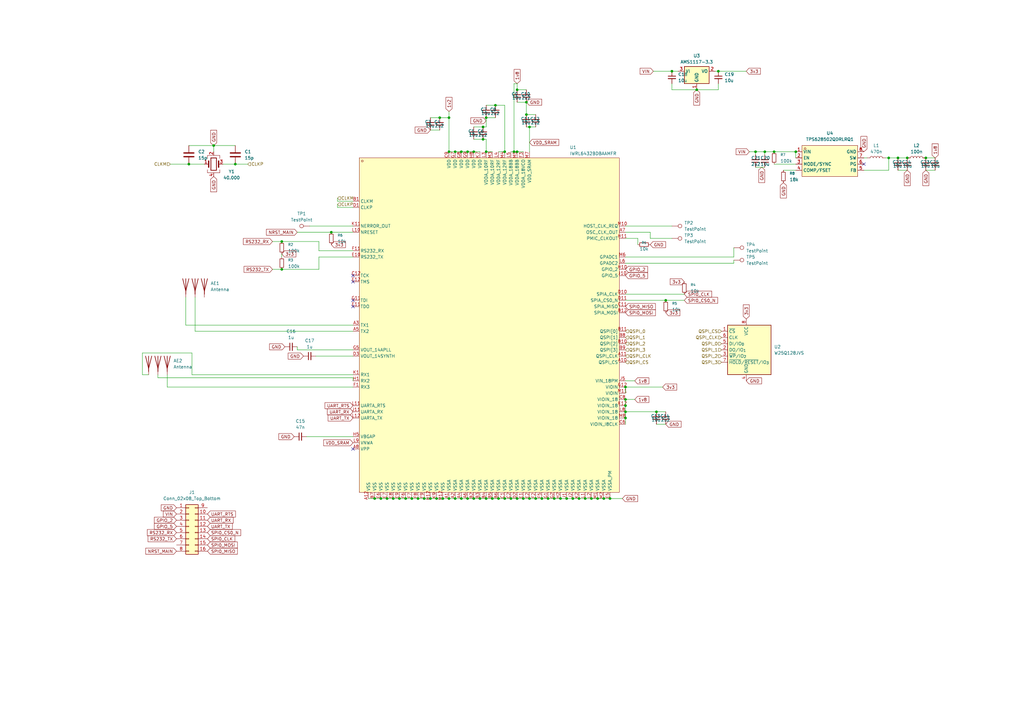
<source format=kicad_sch>
(kicad_sch (version 20250114) (generator "eeschema") (generator_version "9.0")
  (paper "A3")
  (lib_symbols
    (symbol "Connector:TestPoint" (pin_numbers (hide yes)) (pin_names (offset 0.762) (hide yes))
      (property "Reference" "TP" (at 0 6.858 0))
      (property "Value" "TestPoint" (at 0 5.08 0))
      (symbol "TestPoint_1_1"
        (pin passive line (at 0 0 90) (length 2.54) (name "1") (number "1"))
      )
    )
    (symbol "Connector_Generic:Conn_02x08_Top_Bottom" (pin_names (offset 1.016) (hide yes))
      (property "Reference" "J" (at 1.27 10.16 0))
      (property "Value" "Conn_02x08_Top_Bottom" (at 1.27 -12.7 0))
      (symbol "Conn_02x08_Top_Bottom_1_1"
        (pin passive line (at -5.08 7.62 0) (length 3.81) (name "Pin_1") (number "1"))
        (pin passive line (at -5.08 5.08 0) (length 3.81) (name "Pin_2") (number "2"))
        (pin passive line (at -5.08 2.54 0) (length 3.81) (name "Pin_3") (number "3"))
        (pin passive line (at -5.08 0 0) (length 3.81) (name "Pin_4") (number "4"))
        (pin passive line (at -5.08 -2.54 0) (length 3.81) (name "Pin_5") (number "5"))
        (pin passive line (at -5.08 -5.08 0) (length 3.81) (name "Pin_6") (number "6"))
        (pin passive line (at -5.08 -7.62 0) (length 3.81) (name "Pin_7") (number "7"))
        (pin passive line (at -5.08 -10.16 0) (length 3.81) (name "Pin_8") (number "8"))
        (pin passive line (at 7.62 7.62 180) (length 3.81) (name "Pin_9") (number "9"))
        (pin passive line (at 7.62 5.08 180) (length 3.81) (name "Pin_10") (number "10"))
        (pin passive line (at 7.62 2.54 180) (length 3.81) (name "Pin_11") (number "11"))
        (pin passive line (at 7.62 0 180) (length 3.81) (name "Pin_12") (number "12"))
        (pin passive line (at 7.62 -2.54 180) (length 3.81) (name "Pin_13") (number "13"))
        (pin passive line (at 7.62 -5.08 180) (length 3.81) (name "Pin_14") (number "14"))
        (pin passive line (at 7.62 -7.62 180) (length 3.81) (name "Pin_15") (number "15"))
        (pin passive line (at 7.62 -10.16 180) (length 3.81) (name "Pin_16") (number "16"))
      )
    )
    (symbol "Device:Antenna_1" (pin_numbers (hide yes)) (pin_names (offset 1.016) (hide yes))
      (property "Reference" "AE" (at -1.905 1.905 0))
      (property "Value" "Antenna" (at -1.905 0 0))
      (symbol "Antenna_1_1_1"
        (pin input line (at 0 -5.08 90) (length 2.54) (name "A") (number "1"))
        (pin input line (at 3.81 -5.08 90) (length 2.54) (name "A") (number "2"))
        (pin input line (at 7.62 -5.08 90) (length 2.54) (name "A") (number "3"))
      )
    )
    (symbol "Device:C" (pin_numbers (hide yes)) (pin_names (offset 0.254))
      (property "Reference" "C" (at 0.635 2.54 0))
      (property "Value" "C" (at 0.635 -2.54 0))
      (symbol "C_1_1"
        (pin passive line (at 0 3.81 270) (length 2.794) (name "~") (number "1"))
        (pin passive line (at 0 -3.81 90) (length 2.794) (name "~") (number "2"))
      )
    )
    (symbol "Device:C_Small" (pin_numbers (hide yes)) (pin_names (offset 0.254) (hide yes))
      (property "Reference" "C" (at 0.254 1.778 0))
      (property "Value" "C_Small" (at 0.254 -2.032 0))
      (symbol "C_Small_1_1"
        (pin passive line (at 0 2.54 270) (length 2.032) (name "~") (number "1"))
        (pin passive line (at 0 -2.54 90) (length 2.032) (name "~") (number "2"))
      )
    )
    (symbol "Device:Crystal_GND24" (pin_names (offset 1.016) (hide yes))
      (property "Reference" "Y" (at 3.175 5.08 0))
      (property "Value" "Crystal_GND24" (at 3.175 3.175 0))
      (symbol "Crystal_GND24_1_1"
        (pin passive line (at -3.81 0 0) (length 1.27) (name "1") (number "1"))
        (pin passive line (at 0 5.08 270) (length 1.27) (name "2") (number "2"))
        (pin passive line (at 0 -5.08 90) (length 1.27) (name "4") (number "4"))
        (pin passive line (at 3.81 0 180) (length 1.27) (name "3") (number "3"))
      )
    )
    (symbol "Device:L" (pin_numbers (hide yes)) (pin_names (offset 1.016) (hide yes))
      (property "Reference" "L" (at -1.27 0 90))
      (property "Value" "L" (at 1.905 0 90))
      (symbol "L_1_1"
        (pin passive line (at 0 3.81 270) (length 1.27) (name "1") (number "1"))
        (pin passive line (at 0 -3.81 90) (length 1.27) (name "2") (number "2"))
      )
    )
    (symbol "Device:R_Small" (pin_numbers (hide yes)) (pin_names (offset 0.254) (hide yes))
      (property "Reference" "R" (at 0 0 90))
      (property "Value" "R_Small" (at 1.778 0 90))
      (symbol "R_Small_1_1"
        (pin passive line (at 0 2.54 270) (length 0.762) (name "~") (number "1"))
        (pin passive line (at 0 -2.54 90) (length 0.762) (name "~") (number "2"))
      )
    )
    (symbol "Memory_Flash:W25Q128JVS"
      (property "Reference" "U" (at -6.35 11.43 0))
      (property "Value" "W25Q128JVS" (at 7.62 11.43 0))
      (symbol "W25Q128JVS_1_1"
        (pin input line (at -10.16 7.62 0) (length 2.54) (name "~{CS}") (number "1"))
        (pin input line (at -10.16 5.08 0) (length 2.54) (name "CLK") (number "6"))
        (pin bidirectional line (at -10.16 2.54 0) (length 2.54) (name "DI/IO_{0}") (number "5"))
        (pin bidirectional line (at -10.16 0 0) (length 2.54) (name "DO/IO_{1}") (number "2"))
        (pin bidirectional line (at -10.16 -2.54 0) (length 2.54) (name "~{WP}/IO_{2}") (number "3"))
        (pin bidirectional line (at -10.16 -5.08 0) (length 2.54) (name "~{HOLD}/~{RESET}/IO_{3}") (number "7"))
        (pin power_in line (at 0 12.7 270) (length 2.54) (name "VCC") (number "8"))
        (pin power_in line (at 0 -12.7 90) (length 2.54) (name "GND") (number "4"))
      )
    )
    (symbol "Regulator_Linear:AMS1117-3.3"
      (property "Reference" "U" (at -3.81 3.175 0))
      (property "Value" "AMS1117-3.3" (at 0 3.175 0))
      (symbol "AMS1117-3.3_1_1"
        (pin power_in line (at -7.62 0 0) (length 2.54) (name "VI") (number "3"))
        (pin power_in line (at 0 -7.62 90) (length 2.54) (name "GND") (number "1"))
        (pin power_out line (at 7.62 0 180) (length 2.54) (name "VO") (number "2"))
      )
    )
    (symbol "easyeda2kicad:IWRL6432BDBAAMFR"
      (property "Reference" "U" (at 0 76.2 0))
      (property "Value" "IWRL6432BDBAAMFR" (at 0 -76.2 0))
      (symbol "IWRL6432BDBAAMFR_0_1"
        (pin unspecified line (at -55.88 50.8 0) (length 2.54) (name "CLKM") (number "B1"))
        (pin unspecified line (at -55.88 48.26 0) (length 2.54) (name "CLKP") (number "D1"))
        (pin unspecified line (at -55.88 40.64 0) (length 2.54) (name "NERROR_OUT") (number "K11"))
        (pin unspecified line (at -55.88 38.1 0) (length 2.54) (name "NRESET") (number "L10"))
        (pin unspecified line (at -55.88 30.48 0) (length 2.54) (name "RS232_RX") (number "F11"))
        (pin unspecified line (at -55.88 27.94 0) (length 2.54) (name "RS232_TX") (number "E10"))
        (pin unspecified line (at -55.88 20.32 0) (length 2.54) (name "TCK") (number "C12"))
        (pin unspecified line (at -55.88 17.78 0) (length 2.54) (name "TMS") (number "E12"))
        (pin unspecified line (at -55.88 10.16 0) (length 2.54) (name "TDI") (number "G11"))
        (pin unspecified line (at -55.88 7.62 0) (length 2.54) (name "TDO") (number "E11"))
        (pin unspecified line (at -55.88 0 0) (length 2.54) (name "TX1") (number "A3"))
        (pin unspecified line (at -55.88 -2.54 0) (length 2.54) (name "TX2") (number "A5"))
        (pin unspecified line (at -55.88 -10.16 0) (length 2.54) (name "VOUT_14APLL") (number "G5"))
        (pin unspecified line (at -55.88 -12.7 0) (length 2.54) (name "VOUT_14SYNTH") (number "D3"))
        (pin unspecified line (at -55.88 -20.32 0) (length 2.54) (name "RX1") (number "K1"))
        (pin unspecified line (at -55.88 -22.86 0) (length 2.54) (name "RX2") (number "H1"))
        (pin unspecified line (at -55.88 -25.4 0) (length 2.54) (name "RX3") (number "F1"))
        (pin unspecified line (at -55.88 -33.02 0) (length 2.54) (name "UARTA_RTS") (number "L11"))
        (pin unspecified line (at -55.88 -35.56 0) (length 2.54) (name "UARTA_RX") (number "J11"))
        (pin unspecified line (at -55.88 -38.1 0) (length 2.54) (name "UARTA_TX") (number "L12"))
        (pin unspecified line (at -55.88 -45.72 0) (length 2.54) (name "VBGAP") (number "H5"))
        (pin unspecified line (at -55.88 -48.26 0) (length 2.54) (name "VNWA") (number "L9"))
        (pin unspecified line (at -55.88 -50.8 0) (length 2.54) (name "VPP") (number "A8"))
        (pin unspecified line (at -49.53 -71.12 90) (length 2.54) (name "VSS") (number "A12"))
        (pin unspecified line (at -46.99 -71.12 90) (length 2.54) (name "VSS") (number "B7"))
        (pin unspecified line (at -44.45 -71.12 90) (length 2.54) (name "VSS") (number "E6"))
        (pin unspecified line (at -41.91 -71.12 90) (length 2.54) (name "VSS") (number "E7"))
        (pin unspecified line (at -39.37 -71.12 90) (length 2.54) (name "VSS") (number "E8"))
        (pin unspecified line (at -36.83 -71.12 90) (length 2.54) (name "VSS") (number "E9"))
        (pin unspecified line (at -34.29 -71.12 90) (length 2.54) (name "VSS") (number "F6"))
        (pin unspecified line (at -31.75 -71.12 90) (length 2.54) (name "VSS") (number "F7"))
        (pin unspecified line (at -29.21 -71.12 90) (length 2.54) (name "VSS") (number "F8"))
        (pin unspecified line (at -26.67 -71.12 90) (length 2.54) (name "VSS") (number "F9"))
        (pin unspecified line (at -24.13 -71.12 90) (length 2.54) (name "VSS") (number "H12"))
        (pin unspecified line (at -21.59 -71.12 90) (length 2.54) (name "VSS") (number "K9"))
        (pin unspecified line (at -19.05 -71.12 90) (length 2.54) (name "VSS") (number "M12"))
        (pin unspecified line (at -16.51 71.12 270) (length 2.54) (name "VDD") (number "C9"))
        (pin unspecified line (at -16.51 -71.12 90) (length 2.54) (name "VSSA") (number "A1"))
        (pin unspecified line (at -13.97 71.12 270) (length 2.54) (name "VDD") (number "G7"))
        (pin unspecified line (at -13.97 -71.12 90) (length 2.54) (name "VSSA") (number "A2"))
        (pin unspecified line (at -11.43 71.12 270) (length 2.54) (name "VDD") (number "G8"))
        (pin unspecified line (at -11.43 -71.12 90) (length 2.54) (name "VSSA") (number "A4"))
        (pin unspecified line (at -8.89 71.12 270) (length 2.54) (name "VDD") (number "G9"))
        (pin unspecified line (at -8.89 -71.12 90) (length 2.54) (name "VSSA") (number "A6"))
        (pin unspecified line (at -6.35 71.12 270) (length 2.54) (name "VDD") (number "H8"))
        (pin unspecified line (at -6.35 -71.12 90) (length 2.54) (name "VSSA") (number "B2"))
        (pin unspecified line (at -3.81 71.12 270) (length 2.54) (name "VDD") (number "K7"))
        (pin unspecified line (at -3.81 -71.12 90) (length 2.54) (name "VSSA") (number "B3"))
        (pin unspecified line (at -1.27 71.12 270) (length 2.54) (name "VDDA_10RF") (number "L3"))
        (pin unspecified line (at -1.27 -71.12 90) (length 2.54) (name "VSSA") (number "B4"))
        (pin unspecified line (at 1.27 71.12 270) (length 2.54) (name "VDDA_10RF") (number "M3"))
        (pin unspecified line (at 1.27 -71.12 90) (length 2.54) (name "VSSA") (number "B5"))
        (pin unspecified line (at 3.81 71.12 270) (length 2.54) (name "VDDA_12RF") (number "L4"))
        (pin unspecified line (at 3.81 -71.12 90) (length 2.54) (name "VSSA") (number "B6"))
        (pin unspecified line (at 6.35 71.12 270) (length 2.54) (name "VDDA_12RF") (number "M4"))
        (pin unspecified line (at 6.35 -71.12 90) (length 2.54) (name "VSSA") (number "C1"))
        (pin unspecified line (at 8.89 71.12 270) (length 2.54) (name "VDDA_18BB") (number "L5"))
        (pin unspecified line (at 8.89 -71.12 90) (length 2.54) (name "VSSA") (number "C2"))
        (pin unspecified line (at 11.43 71.12 270) (length 2.54) (name "VDDA_18BB") (number "M5"))
        (pin unspecified line (at 11.43 -71.12 90) (length 2.54) (name "VSSA") (number "D2"))
        (pin unspecified line (at 13.97 71.12 270) (length 2.54) (name "VDDA_18VCO") (number "F3"))
        (pin unspecified line (at 13.97 -71.12 90) (length 2.54) (name "VSSA") (number "E1"))
        (pin unspecified line (at 16.51 71.12 270) (length 2.54) (name "VDD_SRAM") (number "M7"))
        (pin unspecified line (at 16.51 -71.12 90) (length 2.54) (name "VSSA") (number "E2"))
        (pin unspecified line (at 19.05 -71.12 90) (length 2.54) (name "VSSA") (number "F2"))
        (pin unspecified line (at 21.59 -71.12 90) (length 2.54) (name "VSSA") (number "F5"))
        (pin unspecified line (at 24.13 -71.12 90) (length 2.54) (name "VSSA") (number "G1"))
        (pin unspecified line (at 26.67 -71.12 90) (length 2.54) (name "VSSA") (number "G2"))
        (pin unspecified line (at 29.21 -71.12 90) (length 2.54) (name "VSSA") (number "H2"))
        (pin unspecified line (at 31.75 -71.12 90) (length 2.54) (name "VSSA") (number "J1"))
        (pin unspecified line (at 34.29 -71.12 90) (length 2.54) (name "VSSA") (number "J2"))
        (pin unspecified line (at 36.83 -71.12 90) (length 2.54) (name "VSSA") (number "K2"))
        (pin unspecified line (at 39.37 -71.12 90) (length 2.54) (name "VSSA") (number "L1"))
        (pin unspecified line (at 41.91 -71.12 90) (length 2.54) (name "VSSA") (number "L2"))
        (pin unspecified line (at 44.45 -71.12 90) (length 2.54) (name "VSSA") (number "M1"))
        (pin unspecified line (at 46.99 -71.12 90) (length 2.54) (name "VSSA") (number "M2"))
        (pin unspecified line (at 49.53 -71.12 90) (length 2.54) (name "VSSA_PM") (number "E5"))
        (pin unspecified line (at 55.88 40.64 180) (length 2.54) (name "HOST_CLK_REQ") (number "M10"))
        (pin unspecified line (at 55.88 38.1 180) (length 2.54) (name "OSC_CLK_OUT") (number "A7"))
        (pin unspecified line (at 55.88 35.56 180) (length 2.54) (name "PMIC_CLKOUT") (number "H11"))
        (pin unspecified line (at 55.88 27.94 180) (length 2.54) (name "GPADC1") (number "M6"))
        (pin unspecified line (at 55.88 25.4 180) (length 2.54) (name "GPADC2") (number "L6"))
        (pin unspecified line (at 55.88 22.86 180) (length 2.54) (name "GPIO_2") (number "H10"))
        (pin unspecified line (at 55.88 20.32 180) (length 2.54) (name "GPIO_5") (number "J10"))
        (pin unspecified line (at 55.88 12.7 180) (length 2.54) (name "SPIA_CLK") (number "D10"))
        (pin unspecified line (at 55.88 10.16 180) (length 2.54) (name "SPIA_CS0_N") (number "D11"))
        (pin unspecified line (at 55.88 7.62 180) (length 2.54) (name "SPIA_MISO") (number "C11"))
        (pin unspecified line (at 55.88 5.08 180) (length 2.54) (name "SPIA_MOSI") (number "B12"))
        (pin unspecified line (at 55.88 -2.54 180) (length 2.54) (name "QSPI[0]") (number "B11"))
        (pin unspecified line (at 55.88 -5.08 180) (length 2.54) (name "QSPI[1]") (number "B8"))
        (pin unspecified line (at 55.88 -7.62 180) (length 2.54) (name "QSPI[2]") (number "B10"))
        (pin unspecified line (at 55.88 -10.16 180) (length 2.54) (name "QSPI[3]") (number "B9"))
        (pin unspecified line (at 55.88 -12.7 180) (length 2.54) (name "QSPI_CLK") (number "A11"))
        (pin unspecified line (at 55.88 -15.24 180) (length 2.54) (name "QSPI_CS") (number "A10"))
        (pin unspecified line (at 55.88 -22.86 180) (length 2.54) (name "VIN_18PM") (number "J5"))
        (pin unspecified line (at 55.88 -25.4 180) (length 2.54) (name "VIOIN") (number "G12"))
        (pin unspecified line (at 55.88 -27.94 180) (length 2.54) (name "VIOIN") (number "M11"))
        (pin unspecified line (at 55.88 -30.48 180) (length 2.54) (name "VIOIN_18") (number "C8"))
        (pin unspecified line (at 55.88 -33.02 180) (length 2.54) (name "VIOIN_18") (number "K12"))
        (pin unspecified line (at 55.88 -35.56 180) (length 2.54) (name "VIOIN_18") (number "L8"))
        (pin unspecified line (at 55.88 -38.1 180) (length 2.54) (name "VIOIN_18") (number "M8"))
        (pin unspecified line (at 55.88 -40.64 180) (length 2.54) (name "VIOIN_I8CLK") (number "C6"))
      )
    )
    (symbol "easyeda2kicad:TPS628502QDRLRQ1"
      (property "Reference" "U" (at 0 8.89 0))
      (property "Value" "TPS628502QDRLRQ1" (at 0 -8.89 0))
      (symbol "TPS628502QDRLRQ1_0_1"
        (pin unspecified line (at -13.97 3.81 0) (length 2.54) (name "VIN") (number "1"))
        (pin unspecified line (at -13.97 1.27 0) (length 2.54) (name "EN") (number "2"))
        (pin unspecified line (at -13.97 -1.27 0) (length 2.54) (name "MODE/SYNC") (number "3"))
        (pin unspecified line (at -13.97 -3.81 0) (length 2.54) (name "COMP/FSET") (number "4"))
        (pin unspecified line (at 13.97 3.81 180) (length 2.54) (name "GND") (number "8"))
        (pin unspecified line (at 13.97 1.27 180) (length 2.54) (name "SW") (number "7"))
        (pin unspecified line (at 13.97 -1.27 180) (length 2.54) (name "PG") (number "6"))
        (pin unspecified line (at 13.97 -3.81 180) (length 2.54) (name "FB") (number "5"))
      )
    )
  )
  (junction (at 180.34 48.26))
  (junction (at 191.77 204.47))
  (junction (at 196.85 204.47))
  (junction (at 309.88 62.23))
  (junction (at 212.09 204.47))
  (junction (at 222.25 204.47))
  (junction (at 181.61 204.47))
  (junction (at 199.39 48.26))
  (junction (at 256.54 158.75))
  (junction (at 189.23 62.23))
  (junction (at 198.12 57.15))
  (junction (at 234.95 204.47))
  (junction (at 256.54 166.37))
  (junction (at 245.11 204.47))
  (junction (at 184.15 204.47))
  (junction (at 364.49 64.77))
  (junction (at 179.07 204.47))
  (junction (at 161.29 204.47))
  (junction (at 171.45 204.47))
  (junction (at 294.64 29.21))
  (junction (at 217.17 52.07))
  (junction (at 250.19 204.47))
  (junction (at 115.57 110.49))
  (junction (at 198.12 52.07))
  (junction (at 219.71 204.47))
  (junction (at 203.2 43.18))
  (junction (at 256.54 163.83))
  (junction (at 135.89 95.25))
  (junction (at 368.3 64.77))
  (junction (at 273.05 123.19))
  (junction (at 153.67 204.47))
  (junction (at 186.69 62.23))
  (junction (at 156.21 204.47))
  (junction (at 242.57 204.47))
  (junction (at 201.93 204.47))
  (junction (at 184.15 62.23))
  (junction (at 199.39 62.23))
  (junction (at 210.82 62.23))
  (junction (at 176.53 204.47))
  (junction (at 199.39 204.47))
  (junction (at 217.17 204.47))
  (junction (at 247.65 204.47))
  (junction (at 240.03 204.47))
  (junction (at 372.11 64.77))
  (junction (at 256.54 168.91))
  (junction (at 379.73 64.77))
  (junction (at 166.37 204.47))
  (junction (at 194.31 204.47))
  (junction (at 237.49 204.47))
  (junction (at 115.57 99.06))
  (junction (at 184.15 48.26))
  (junction (at 326.39 62.23))
  (junction (at 269.24 168.91))
  (junction (at 186.69 204.47))
  (junction (at 227.33 204.47))
  (junction (at 224.79 204.47))
  (junction (at 77.47 67.31))
  (junction (at 229.87 204.47))
  (junction (at 209.55 204.47))
  (junction (at 215.9 41.91))
  (junction (at 256.54 171.45))
  (junction (at 317.5 62.23))
  (junction (at 194.31 62.23))
  (junction (at 168.91 204.47))
  (junction (at 87.63 59.69))
  (junction (at 158.75 204.47))
  (junction (at 96.52 67.31))
  (junction (at 207.01 204.47))
  (junction (at 207.01 62.23))
  (junction (at 212.09 62.23))
  (junction (at 215.9 46.99))
  (junction (at 191.77 62.23))
  (junction (at 163.83 204.47))
  (junction (at 313.69 62.23))
  (junction (at 214.63 204.47))
  (junction (at 189.23 204.47))
  (junction (at 212.09 36.83))
  (junction (at 232.41 204.47))
  (junction (at 173.99 204.47))
  (junction (at 204.47 204.47))
  (junction (at 285.75 36.83))
  (junction (at 275.59 29.21))
  (no_connect (at 354.33 67.31))
  (no_connect (at 144.78 184.15))
  (no_connect (at 144.78 115.57))
  (no_connect (at 144.78 123.19))
  (no_connect (at 144.78 125.73))
  (no_connect (at 144.78 113.03))
  (wire (pts (xy 209.55 204.47) (xy 212.09 204.47)))
  (wire (pts (xy 379.73 69.85) (xy 383.54 69.85)))
  (wire (pts (xy 138.43 85.09) (xy 144.78 85.09)))
  (wire (pts (xy 261.62 97.79) (xy 261.62 100.33)))
  (wire (pts (xy 273.05 123.19) (xy 256.54 123.19)))
  (wire (pts (xy 212.09 34.29) (xy 212.09 36.83)))
  (wire (pts (xy 151.13 204.47) (xy 153.67 204.47)))
  (wire (pts (xy 138.43 82.55) (xy 144.78 82.55)))
  (wire (pts (xy 69.85 67.31) (xy 77.47 67.31)))
  (wire (pts (xy 163.83 204.47) (xy 166.37 204.47)))
  (wire (pts (xy 294.64 36.83) (xy 285.75 36.83)))
  (wire (pts (xy 176.53 204.47) (xy 179.07 204.47)))
  (wire (pts (xy 222.25 204.47) (xy 224.79 204.47)))
  (wire (pts (xy 78.74 153.67) (xy 144.78 153.67)))
  (wire (pts (xy 173.99 204.47) (xy 176.53 204.47)))
  (wire (pts (xy 326.39 62.23) (xy 326.39 64.77)))
  (wire (pts (xy 207.01 43.18) (xy 207.01 62.23)))
  (wire (pts (xy 256.54 156.21) (xy 260.35 156.21)))
  (wire (pts (xy 181.61 204.47) (xy 184.15 204.47)))
  (wire (pts (xy 207.01 204.47) (xy 209.55 204.47)))
  (wire (pts (xy 256.54 168.91) (xy 256.54 171.45)))
  (wire (pts (xy 96.52 67.31) (xy 101.6 67.31)))
  (wire (pts (xy 317.5 67.31) (xy 326.39 67.31)))
  (wire (pts (xy 256.54 105.41) (xy 300.99 105.41)))
  (wire (pts (xy 275.59 97.79) (xy 266.7 97.79)))
  (wire (pts (xy 256.54 168.91) (xy 269.24 168.91)))
  (wire (pts (xy 77.47 59.69) (xy 87.63 59.69)))
  (wire (pts (xy 227.33 204.47) (xy 229.87 204.47)))
  (wire (pts (xy 217.17 52.07) (xy 217.17 62.23)))
  (wire (pts (xy 78.74 144.78) (xy 78.74 153.67)))
  (wire (pts (xy 115.57 110.49) (xy 130.81 110.49)))
  (wire (pts (xy 242.57 204.47) (xy 245.11 204.47)))
  (wire (pts (xy 215.9 52.07) (xy 217.17 52.07)))
  (wire (pts (xy 215.9 46.99) (xy 219.71 46.99)))
  (wire (pts (xy 203.2 43.18) (xy 207.01 43.18)))
  (wire (pts (xy 245.11 204.47) (xy 247.65 204.47)))
  (wire (pts (xy 368.3 69.85) (xy 372.11 69.85)))
  (wire (pts (xy 130.81 105.41) (xy 144.78 105.41)))
  (wire (pts (xy 64.77 154.94) (xy 144.78 154.94)))
  (wire (pts (xy 368.3 64.77) (xy 372.11 64.77)))
  (wire (pts (xy 266.7 95.25) (xy 256.54 95.25)))
  (wire (pts (xy 212.09 204.47) (xy 214.63 204.47)))
  (wire (pts (xy 87.63 59.69) (xy 87.63 62.23)))
  (wire (pts (xy 199.39 204.47) (xy 201.93 204.47)))
  (wire (pts (xy 217.17 204.47) (xy 219.71 204.47)))
  (wire (pts (xy 307.34 62.23) (xy 309.88 62.23)))
  (wire (pts (xy 250.19 204.47) (xy 255.27 204.47)))
  (wire (pts (xy 186.69 62.23) (xy 189.23 62.23)))
  (wire (pts (xy 166.37 204.47) (xy 168.91 204.47)))
  (wire (pts (xy 269.24 173.99) (xy 273.05 173.99)))
  (wire (pts (xy 138.43 81.28) (xy 138.43 82.55)))
  (wire (pts (xy 219.71 204.47) (xy 222.25 204.47)))
  (wire (pts (xy 267.97 29.21) (xy 275.59 29.21)))
  (wire (pts (xy 77.47 67.31) (xy 83.82 67.31)))
  (wire (pts (xy 80.01 121.92) (xy 80.01 135.89)))
  (wire (pts (xy 115.57 99.06) (xy 130.81 99.06)))
  (wire (pts (xy 275.59 29.21) (xy 278.13 29.21)))
  (wire (pts (xy 189.23 62.23) (xy 191.77 62.23)))
  (wire (pts (xy 256.54 97.79) (xy 261.62 97.79)))
  (wire (pts (xy 91.44 67.31) (xy 96.52 67.31)))
  (wire (pts (xy 313.69 62.23) (xy 313.69 63.5)))
  (wire (pts (xy 293.37 29.21) (xy 294.64 29.21)))
  (wire (pts (xy 317.5 62.23) (xy 326.39 62.23)))
  (wire (pts (xy 199.39 48.26) (xy 199.39 52.07)))
  (wire (pts (xy 354.33 69.85) (xy 364.49 69.85)))
  (wire (pts (xy 144.78 179.07) (xy 125.73 179.07)))
  (wire (pts (xy 256.54 166.37) (xy 256.54 168.91)))
  (wire (pts (xy 198.12 57.15) (xy 199.39 57.15)))
  (wire (pts (xy 138.43 83.82) (xy 138.43 85.09)))
  (wire (pts (xy 194.31 204.47) (xy 196.85 204.47)))
  (wire (pts (xy 294.64 34.29) (xy 294.64 36.83)))
  (wire (pts (xy 161.29 204.47) (xy 163.83 204.47)))
  (wire (pts (xy 240.03 204.47) (xy 242.57 204.47)))
  (wire (pts (xy 364.49 69.85) (xy 364.49 64.77)))
  (wire (pts (xy 212.09 41.91) (xy 215.9 41.91)))
  (wire (pts (xy 76.2 133.35) (xy 144.78 133.35)))
  (wire (pts (xy 313.69 62.23) (xy 317.5 62.23)))
  (wire (pts (xy 68.58 153.67) (xy 68.58 158.75)))
  (wire (pts (xy 87.63 59.69) (xy 96.52 59.69)))
  (wire (pts (xy 135.89 95.25) (xy 144.78 95.25)))
  (wire (pts (xy 111.76 99.06) (xy 115.57 99.06)))
  (wire (pts (xy 191.77 204.47) (xy 194.31 204.47)))
  (wire (pts (xy 158.75 204.47) (xy 161.29 204.47)))
  (wire (pts (xy 191.77 62.23) (xy 194.31 62.23)))
  (wire (pts (xy 153.67 204.47) (xy 156.21 204.47)))
  (wire (pts (xy 256.54 158.75) (xy 256.54 161.29)))
  (wire (pts (xy 168.91 204.47) (xy 171.45 204.47)))
  (wire (pts (xy 199.39 48.26) (xy 203.2 48.26)))
  (wire (pts (xy 176.53 53.34) (xy 180.34 53.34)))
  (wire (pts (xy 280.67 123.19) (xy 273.05 123.19)))
  (wire (pts (xy 199.39 43.18) (xy 203.2 43.18)))
  (wire (pts (xy 58.42 144.78) (xy 78.74 144.78)))
  (wire (pts (xy 256.54 92.71) (xy 275.59 92.71)))
  (wire (pts (xy 379.73 64.77) (xy 383.54 64.77)))
  (wire (pts (xy 121.92 143.51) (xy 121.92 142.24)))
  (wire (pts (xy 60.96 153.67) (xy 58.42 153.67)))
  (wire (pts (xy 186.69 204.47) (xy 189.23 204.47)))
  (wire (pts (xy 204.47 62.23) (xy 207.01 62.23)))
  (wire (pts (xy 363.22 64.77) (xy 364.49 64.77)))
  (wire (pts (xy 144.78 135.89) (xy 80.01 135.89)))
  (wire (pts (xy 229.87 204.47) (xy 232.41 204.47)))
  (wire (pts (xy 275.59 34.29) (xy 275.59 36.83)))
  (wire (pts (xy 201.93 204.47) (xy 204.47 204.47)))
  (wire (pts (xy 354.33 64.77) (xy 355.6 64.77)))
  (wire (pts (xy 130.81 99.06) (xy 130.81 102.87)))
  (wire (pts (xy 194.31 52.07) (xy 198.12 52.07)))
  (wire (pts (xy 309.88 68.58) (xy 313.69 68.58)))
  (wire (pts (xy 275.59 36.83) (xy 285.75 36.83)))
  (wire (pts (xy 232.41 204.47) (xy 234.95 204.47)))
  (wire (pts (xy 269.24 168.91) (xy 273.05 168.91)))
  (wire (pts (xy 256.54 158.75) (xy 271.78 158.75)))
  (wire (pts (xy 196.85 204.47) (xy 199.39 204.47)))
  (wire (pts (xy 176.53 48.26) (xy 180.34 48.26)))
  (wire (pts (xy 256.54 120.65) (xy 280.67 120.65)))
  (wire (pts (xy 266.7 97.79) (xy 266.7 95.25)))
  (wire (pts (xy 199.39 57.15) (xy 199.39 62.23)))
  (wire (pts (xy 212.09 36.83) (xy 215.9 36.83)))
  (wire (pts (xy 58.42 153.67) (xy 58.42 144.78)))
  (wire (pts (xy 184.15 204.47) (xy 186.69 204.47)))
  (wire (pts (xy 199.39 62.23) (xy 201.93 62.23)))
  (wire (pts (xy 321.31 69.85) (xy 326.39 69.85)))
  (wire (pts (xy 300.99 107.95) (xy 300.99 106.68)))
  (wire (pts (xy 68.58 158.75) (xy 144.78 158.75)))
  (wire (pts (xy 210.82 34.29) (xy 210.82 62.23)))
  (wire (pts (xy 129.54 146.05) (xy 144.78 146.05)))
  (wire (pts (xy 212.09 62.23) (xy 214.63 62.23)))
  (wire (pts (xy 256.54 163.83) (xy 256.54 166.37)))
  (wire (pts (xy 194.31 62.23) (xy 196.85 62.23)))
  (wire (pts (xy 256.54 171.45) (xy 256.54 173.99)))
  (wire (pts (xy 214.63 204.47) (xy 217.17 204.47)))
  (wire (pts (xy 210.82 62.23) (xy 209.55 62.23)))
  (wire (pts (xy 215.9 41.91) (xy 215.9 46.99)))
  (wire (pts (xy 144.78 154.94) (xy 144.78 156.21)))
  (wire (pts (xy 130.81 102.87) (xy 144.78 102.87)))
  (wire (pts (xy 237.49 204.47) (xy 240.03 204.47)))
  (wire (pts (xy 184.15 45.72) (xy 184.15 48.26)))
  (wire (pts (xy 224.79 204.47) (xy 227.33 204.47)))
  (wire (pts (xy 76.2 121.92) (xy 76.2 133.35)))
  (wire (pts (xy 313.69 62.23) (xy 309.88 62.23)))
  (wire (pts (xy 210.82 62.23) (xy 212.09 62.23)))
  (wire (pts (xy 115.57 104.14) (xy 115.57 105.41)))
  (wire (pts (xy 121.92 95.25) (xy 135.89 95.25)))
  (wire (pts (xy 247.65 204.47) (xy 250.19 204.47)))
  (wire (pts (xy 364.49 64.77) (xy 368.3 64.77)))
  (wire (pts (xy 204.47 204.47) (xy 207.01 204.47)))
  (wire (pts (xy 234.95 204.47) (xy 237.49 204.47)))
  (wire (pts (xy 260.35 163.83) (xy 256.54 163.83)))
  (wire (pts (xy 217.17 52.07) (xy 219.71 52.07)))
  (wire (pts (xy 130.81 110.49) (xy 130.81 105.41)))
  (wire (pts (xy 127 92.71) (xy 144.78 92.71)))
  (wire (pts (xy 294.64 29.21) (xy 306.07 29.21)))
  (wire (pts (xy 171.45 204.47) (xy 173.99 204.47)))
  (wire (pts (xy 184.15 62.23) (xy 186.69 62.23)))
  (wire (pts (xy 156.21 204.47) (xy 158.75 204.47)))
  (wire (pts (xy 256.54 107.95) (xy 300.99 107.95)))
  (wire (pts (xy 179.07 204.47) (xy 181.61 204.47)))
  (wire (pts (xy 64.77 154.94) (xy 64.77 153.67)))
  (wire (pts (xy 184.15 48.26) (xy 184.15 62.23)))
  (wire (pts (xy 180.34 48.26) (xy 184.15 48.26)))
  (wire (pts (xy 189.23 204.47) (xy 191.77 204.47)))
  (wire (pts (xy 144.78 143.51) (xy 121.92 143.51)))
  (wire (pts (xy 300.99 105.41) (xy 300.99 101.6)))
  (wire (pts (xy 199.39 52.07) (xy 198.12 52.07)))
  (wire (pts (xy 210.82 34.29) (xy 212.09 34.29)))
  (wire (pts (xy 111.76 110.49) (xy 115.57 110.49)))
  (wire (pts (xy 309.88 62.23) (xy 309.88 63.5)))
  (wire (pts (xy 194.31 57.15) (xy 198.12 57.15)))
  (global_label "GND" (shape input) (at 285.75 36.83 270) (property "Intersheetrefs" "${INTERSHEET_REFS}" (effects (hide yes))))
  (global_label "GND" (shape input) (at 379.73 69.85 270) (property "Intersheetrefs" "${INTERSHEET_REFS}" (effects (hide yes))))
  (global_label "VIN" (shape input) (at 267.97 29.21 180) (property "Intersheetrefs" "${INTERSHEET_REFS}" (effects (hide yes))))
  (global_label "SPI0_MOSI" (shape input) (at 256.54 128.27 0) (property "Intersheetrefs" "${INTERSHEET_REFS}" (effects (hide yes))))
  (global_label "UART_RX" (shape input) (at 144.78 168.91 180) (property "Intersheetrefs" "${INTERSHEET_REFS}" (effects (hide yes))))
  (global_label "1v8" (shape input) (at 260.35 163.83 0) (property "Intersheetrefs" "${INTERSHEET_REFS}" (effects (hide yes))))
  (global_label "RS232_TX" (shape input) (at 111.76 110.49 180) (property "Intersheetrefs" "${INTERSHEET_REFS}" (effects (hide yes))))
  (global_label "SPI0_CS0_N" (shape input) (at 85.09 218.44 0) (property "Intersheetrefs" "${INTERSHEET_REFS}" (effects (hide yes))))
  (global_label "RS232_RX" (shape input) (at 72.39 218.44 180) (property "Intersheetrefs" "${INTERSHEET_REFS}" (effects (hide yes))))
  (global_label "GND" (shape input) (at 306.07 156.21 0) (property "Intersheetrefs" "${INTERSHEET_REFS}" (effects (hide yes))))
  (global_label "3v3" (shape input) (at 273.05 128.27 0) (property "Intersheetrefs" "${INTERSHEET_REFS}" (effects (hide yes))))
  (global_label "UART_TX" (shape input) (at 144.78 171.45 180) (property "Intersheetrefs" "${INTERSHEET_REFS}" (effects (hide yes))))
  (global_label "3v3" (shape input) (at 271.78 158.75 0) (property "Intersheetrefs" "${INTERSHEET_REFS}" (effects (hide yes))))
  (global_label "GND" (shape input) (at 120.65 179.07 180) (property "Intersheetrefs" "${INTERSHEET_REFS}" (effects (hide yes))))
  (global_label "GND" (shape input) (at 215.9 41.91 0) (property "Intersheetrefs" "${INTERSHEET_REFS}" (effects (hide yes))))
  (global_label "GPIO_5" (shape input) (at 72.39 215.9 180) (property "Intersheetrefs" "${INTERSHEET_REFS}" (effects (hide yes))))
  (global_label "VDD_SRAM" (shape input) (at 144.78 181.61 180) (property "Intersheetrefs" "${INTERSHEET_REFS}" (effects (hide yes))))
  (global_label "GPIO_5" (shape input) (at 256.54 113.03 0) (property "Intersheetrefs" "${INTERSHEET_REFS}" (effects (hide yes))))
  (global_label "3v3" (shape input) (at 280.67 115.57 180) (property "Intersheetrefs" "${INTERSHEET_REFS}" (effects (hide yes))))
  (global_label "GPIO_2" (shape input) (at 72.39 213.36 180) (property "Intersheetrefs" "${INTERSHEET_REFS}" (effects (hide yes))))
  (global_label "1v8" (shape input) (at 212.09 34.29 90) (property "Intersheetrefs" "${INTERSHEET_REFS}" (effects (hide yes))))
  (global_label "UART_RTS" (shape input) (at 85.09 210.82 0) (property "Intersheetrefs" "${INTERSHEET_REFS}" (effects (hide yes))))
  (global_label "GND" (shape input) (at 87.63 72.39 270) (property "Intersheetrefs" "${INTERSHEET_REFS}" (effects (hide yes))))
  (global_label "NRST_MAIN" (shape input) (at 72.39 226.06 180) (property "Intersheetrefs" "${INTERSHEET_REFS}" (effects (hide yes))))
  (global_label "SPI0_MISO" (shape input) (at 85.09 226.06 0) (property "Intersheetrefs" "${INTERSHEET_REFS}" (effects (hide yes))))
  (global_label "VDD_SRAM" (shape input) (at 217.17 58.42 0) (property "Intersheetrefs" "${INTERSHEET_REFS}" (effects (hide yes))))
  (global_label "GND" (shape input) (at 199.39 49.53 180) (property "Intersheetrefs" "${INTERSHEET_REFS}" (effects (hide yes))))
  (global_label "RS232_TX" (shape input) (at 72.39 220.98 180) (property "Intersheetrefs" "${INTERSHEET_REFS}" (effects (hide yes))))
  (global_label "VIN" (shape input) (at 72.39 210.82 180) (property "Intersheetrefs" "${INTERSHEET_REFS}" (effects (hide yes))))
  (global_label "3v3" (shape input) (at 135.89 100.33 0) (property "Intersheetrefs" "${INTERSHEET_REFS}" (effects (hide yes))))
  (global_label "3v3" (shape input) (at 306.07 130.81 90) (property "Intersheetrefs" "${INTERSHEET_REFS}" (effects (hide yes))))
  (global_label "RS232_RX" (shape input) (at 111.76 99.06 180) (property "Intersheetrefs" "${INTERSHEET_REFS}" (effects (hide yes))))
  (global_label "GND" (shape input) (at 321.31 74.93 270) (property "Intersheetrefs" "${INTERSHEET_REFS}" (effects (hide yes))))
  (global_label "GND" (shape input) (at 124.46 146.05 180) (property "Intersheetrefs" "${INTERSHEET_REFS}" (effects (hide yes))))
  (global_label "1v2" (shape input) (at 184.15 45.72 90) (property "Intersheetrefs" "${INTERSHEET_REFS}" (effects (hide yes))))
  (global_label "GND" (shape input) (at 266.7 100.33 0) (property "Intersheetrefs" "${INTERSHEET_REFS}" (effects (hide yes))))
  (global_label "UART_RTS" (shape input) (at 144.78 166.37 180) (property "Intersheetrefs" "${INTERSHEET_REFS}" (effects (hide yes))))
  (global_label "SPI0_CS0_N" (shape input) (at 280.67 123.19 0) (property "Intersheetrefs" "${INTERSHEET_REFS}" (effects (hide yes))))
  (global_label "1v8" (shape input) (at 260.35 156.21 0) (property "Intersheetrefs" "${INTERSHEET_REFS}" (effects (hide yes))))
  (global_label "GND" (shape input) (at 312.42 68.58 270) (property "Intersheetrefs" "${INTERSHEET_REFS}" (effects (hide yes))))
  (global_label "GND" (shape input) (at 273.05 173.99 0) (property "Intersheetrefs" "${INTERSHEET_REFS}" (effects (hide yes))))
  (global_label "1v8" (shape input) (at 383.54 64.77 90) (property "Intersheetrefs" "${INTERSHEET_REFS}" (effects (hide yes))))
  (global_label "GND" (shape input) (at 354.33 62.23 90) (property "Intersheetrefs" "${INTERSHEET_REFS}" (effects (hide yes))))
  (global_label "GND" (shape input) (at 87.63 59.69 90) (property "Intersheetrefs" "${INTERSHEET_REFS}" (effects (hide yes))))
  (global_label "GND" (shape input) (at 372.11 69.85 270) (property "Intersheetrefs" "${INTERSHEET_REFS}" (effects (hide yes))))
  (global_label "SPI0_MISO" (shape input) (at 256.54 125.73 0) (property "Intersheetrefs" "${INTERSHEET_REFS}" (effects (hide yes))))
  (global_label "NRST_MAIN" (shape input) (at 121.92 95.25 180) (property "Intersheetrefs" "${INTERSHEET_REFS}" (effects (hide yes))))
  (global_label "SPI0_CLK" (shape input) (at 280.67 120.65 0) (property "Intersheetrefs" "${INTERSHEET_REFS}" (effects (hide yes))))
  (global_label "GND" (shape input) (at 72.39 208.28 180) (property "Intersheetrefs" "${INTERSHEET_REFS}" (effects (hide yes))))
  (global_label "UART_RX" (shape input) (at 85.09 213.36 0) (property "Intersheetrefs" "${INTERSHEET_REFS}" (effects (hide yes))))
  (global_label "SPI0_MOSI" (shape input) (at 85.09 223.52 0) (property "Intersheetrefs" "${INTERSHEET_REFS}" (effects (hide yes))))
  (global_label "GPIO_2" (shape input) (at 256.54 110.49 0) (property "Intersheetrefs" "${INTERSHEET_REFS}" (effects (hide yes))))
  (global_label "3v3" (shape input) (at 115.57 104.14 0) (property "Intersheetrefs" "${INTERSHEET_REFS}" (effects (hide yes))))
  (global_label "GND" (shape input) (at 116.84 142.24 180) (property "Intersheetrefs" "${INTERSHEET_REFS}" (effects (hide yes))))
  (global_label "GND" (shape input) (at 255.27 204.47 0) (property "Intersheetrefs" "${INTERSHEET_REFS}" (effects (hide yes))))
  (global_label "GND" (shape input) (at 176.53 53.34 180) (property "Intersheetrefs" "${INTERSHEET_REFS}" (effects (hide yes))))
  (global_label "3v3" (shape input) (at 306.07 29.21 0) (property "Intersheetrefs" "${INTERSHEET_REFS}" (effects (hide yes))))
  (global_label "SPI0_CLK" (shape input) (at 85.09 220.98 0) (property "Intersheetrefs" "${INTERSHEET_REFS}" (effects (hide yes))))
  (global_label "UART_TX" (shape input) (at 85.09 215.9 0) (property "Intersheetrefs" "${INTERSHEET_REFS}" (effects (hide yes))))
  (global_label "VIN" (shape input) (at 307.34 62.23 180) (property "Intersheetrefs" "${INTERSHEET_REFS}" (effects (hide yes))))
  (hierarchical_label "QSPI_1" (shape input) (at 256.54 138.43 0))
  (hierarchical_label "QSPI_2" (shape input) (at 295.91 146.05 180))
  (hierarchical_label "CLKP" (shape input) (at 101.6 67.31 0))
  (hierarchical_label "QSPI_0" (shape input) (at 256.54 135.89 0))
  (hierarchical_label "QSPI_3" (shape input) (at 295.91 148.59 180))
  (hierarchical_label "QSPI_2" (shape input) (at 256.54 140.97 0))
  (hierarchical_label "QSPI_CLK" (shape input) (at 256.54 146.05 0))
  (hierarchical_label "QSPI_0" (shape input) (at 295.91 140.97 180))
  (hierarchical_label "QSPI_CLK" (shape input) (at 295.91 138.43 180))
  (hierarchical_label "CLKP" (shape input) (at 138.43 83.82 0))
  (hierarchical_label "QSPI_CS" (shape input) (at 295.91 135.89 180))
  (hierarchical_label "QSPI_1" (shape input) (at 295.91 143.51 180))
  (hierarchical_label "QSPI_3" (shape input) (at 256.54 143.51 0))
  (hierarchical_label "QSPI_CS" (shape input) (at 256.54 148.59 0))
  (hierarchical_label "CLKM" (shape input) (at 138.43 81.28 0))
  (hierarchical_label "CLKM" (shape input) (at 69.85 67.31 180))
  (symbol (lib_id "Device:C_Small") (at 127 146.05 90) (unit 1)
    (property "Reference" "C17" (at 127.0063 139.7 90))
    (property "Value" "1u" (at 127.0063 142.24 90))
    (property "Footprint" "Capacitor_SMD:C_0603_1608Metric_Pad1.08x0.95mm_HandSolder" (effects (hide yes)))
    (property "Description" "Unpolarized capacitor, small symbol" (effects (hide yes)))
  )
  (symbol (lib_id "Device:R_Small") (at 321.31 72.39 0) (unit 1)
    (property "Reference" "R8" (at 323.85 71.1199 0) (effects (font (size 1.016 1.016)) (justify left)))
    (property "Value" "18k" (at 323.85 73.6599 0) (effects (justify left)))
    (property "Footprint" "Resistor_SMD:R_0402_1005Metric_Pad0.72x0.64mm_HandSolder" (effects (hide yes)))
    (property "Description" "Resistor, small symbol" (effects (hide yes)))
  )
  (symbol (lib_id "Device:C_Small") (at 194.31 54.61 0) (unit 1)
    (property "Reference" "C5" (at 192.024 53.848 0) (effects (justify left)))
    (property "Value" "10u" (at 192.278 55.372 0) (effects (justify left)))
    (property "Footprint" "Capacitor_SMD:C_0603_1608Metric_Pad1.08x0.95mm_HandSolder" (effects (hide yes)))
    (property "Description" "Unpolarized capacitor, small symbol" (effects (hide yes)))
  )
  (symbol (lib_id "Device:C_Small") (at 313.69 66.04 0) (unit 1)
    (property "Reference" "C20" (at 311.912 64.77 0) (effects (justify left)))
    (property "Value" "10u" (at 311.912 67.31 0) (effects (justify left)))
    (property "Footprint" "Capacitor_SMD:C_0603_1608Metric_Pad1.08x0.95mm_HandSolder" (effects (hide yes)))
    (property "Description" "Unpolarized capacitor, small symbol" (effects (hide yes)))
  )
  (symbol (lib_id "Device:Antenna_1") (at 60.96 148.59 0) (unit 1)
    (property "Reference" "AE2" (at 71.12 147.9549 0) (effects (justify left)))
    (property "Value" "Antenna" (at 71.12 150.4949 0) (effects (justify left)))
    (property "Footprint" "antennas:RX_60GHz_microstrip_inset_patch" (effects (hide yes)))
    (property "Description" "Antenna" (effects (hide yes)))
  )
  (symbol (lib_id "Connector_Generic:Conn_02x08_Top_Bottom") (at 77.47 215.9 0) (unit 1)
    (property "Reference" "J1" (at 78.74 201.93 0))
    (property "Value" "Conn_02x08_Top_Bottom" (at 78.74 204.47 0))
    (property "Footprint" "Connector_PinHeader_2.54mm:PinHeader_2x08_P2.54mm_Vertical" (effects (hide yes)))
    (property "Description" "Generic connector, double row, 02x08, top/bottom pin numbering scheme (row 1: 1...pins_per_row, row2: pins_per_row+1 ... num_pins), script generated (kicad-library-utils/schlib/autogen/connector/)" (effects (hide yes)))
  )
  (symbol (lib_id "Device:C_Small") (at 372.11 67.31 0) (unit 1)
    (property "Reference" "C24" (at 369.824 66.548 0) (effects (justify left)))
    (property "Value" "10u" (at 370.332 68.072 0) (effects (justify left)))
    (property "Footprint" "Capacitor_SMD:C_0603_1608Metric_Pad1.08x0.95mm_HandSolder" (effects (hide yes)))
    (property "Description" "Unpolarized capacitor, small symbol" (effects (hide yes)))
  )
  (symbol (lib_id "Device:L") (at 375.92 64.77 90) (unit 1)
    (property "Reference" "L2" (at 375.92 59.69 90))
    (property "Value" "100n" (at 375.92 62.23 90))
    (property "Footprint" "Inductor_SMD:L_0805_2012Metric_Pad1.05x1.20mm_HandSolder" (effects (hide yes)))
    (property "Description" "Inductor" (effects (hide yes)))
  )
  (symbol (lib_id "Connector:TestPoint") (at 300.99 101.6 270) (unit 1)
    (property "Reference" "TP4" (at 306.07 100.3299 90) (effects (justify left)))
    (property "Value" "TestPoint" (at 306.07 102.8699 90) (effects (justify left)))
    (property "Footprint" "TestPoint:TestPoint_Pad_D1.0mm" (effects (hide yes)))
    (property "Description" "test point" (effects (hide yes)))
  )
  (symbol (lib_id "Device:C_Small") (at 219.71 49.53 0) (unit 1)
    (property "Reference" "C12" (at 217.424 48.768 0) (effects (justify left)))
    (property "Value" "2u2" (at 217.678 50.292 0) (effects (justify left)))
    (property "Footprint" "Capacitor_SMD:C_0603_1608Metric_Pad1.08x0.95mm_HandSolder" (effects (hide yes)))
    (property "Description" "Unpolarized capacitor, small symbol" (effects (hide yes)))
  )
  (symbol (lib_id "Device:R_Small") (at 273.05 125.73 0) (unit 1)
    (property "Reference" "R5" (at 275.59 124.4599 0) (effects (font (size 1.016 1.016)) (justify left)))
    (property "Value" "10k" (at 275.59 126.9999 0) (effects (justify left)))
    (property "Footprint" "Resistor_SMD:R_0402_1005Metric" (effects (hide yes)))
    (property "Description" "Resistor, small symbol" (effects (hide yes)))
  )
  (symbol (lib_id "Device:C_Small") (at 215.9 49.53 0) (unit 1)
    (property "Reference" "C11" (at 213.614 48.768 0) (effects (justify left)))
    (property "Value" "10u" (at 213.868 50.292 0) (effects (justify left)))
    (property "Footprint" "Capacitor_SMD:C_0603_1608Metric_Pad1.08x0.95mm_HandSolder" (effects (hide yes)))
    (property "Description" "Unpolarized capacitor, small symbol" (effects (hide yes)))
  )
  (symbol (lib_id "Device:C_Small") (at 269.24 171.45 0) (unit 1)
    (property "Reference" "C13" (at 266.954 170.688 0) (effects (justify left)))
    (property "Value" "10u" (at 267.208 172.212 0) (effects (justify left)))
    (property "Footprint" "Capacitor_SMD:C_0603_1608Metric_Pad1.08x0.95mm_HandSolder" (effects (hide yes)))
    (property "Description" "Unpolarized capacitor, small symbol" (effects (hide yes)))
  )
  (symbol (lib_id "Device:C_Small") (at 215.9 39.37 0) (unit 1)
    (property "Reference" "C10" (at 213.614 38.608 0) (effects (justify left)))
    (property "Value" "2u2" (at 213.868 40.132 0) (effects (justify left)))
    (property "Footprint" "Capacitor_SMD:C_0603_1608Metric_Pad1.08x0.95mm_HandSolder" (effects (hide yes)))
    (property "Description" "Unpolarized capacitor, small symbol" (effects (hide yes)))
  )
  (symbol (lib_id "Device:C_Small") (at 275.59 31.75 0) (unit 1)
    (property "Reference" "C18" (at 278.13 30.4862 0) (effects (justify left)))
    (property "Value" "10u" (at 278.13 33.0262 0) (effects (justify left)))
    (property "Footprint" "Capacitor_SMD:C_0603_1608Metric_Pad1.08x0.95mm_HandSolder" (effects (hide yes)))
    (property "Description" "Unpolarized capacitor, small symbol" (effects (hide yes)))
  )
  (symbol (lib_id "Connector:TestPoint") (at 300.99 106.68 270) (unit 1)
    (property "Reference" "TP5" (at 306.07 105.4099 90) (effects (justify left)))
    (property "Value" "TestPoint" (at 306.07 107.9499 90) (effects (justify left)))
    (property "Footprint" "TestPoint:TestPoint_Pad_D1.0mm" (effects (hide yes)))
    (property "Description" "test point" (effects (hide yes)))
  )
  (symbol (lib_id "Device:C_Small") (at 198.12 54.61 0) (unit 1)
    (property "Reference" "C6" (at 195.834 53.848 0) (effects (justify left)))
    (property "Value" "2u2" (at 196.088 55.372 0) (effects (justify left)))
    (property "Footprint" "Capacitor_SMD:C_0603_1608Metric_Pad1.08x0.95mm_HandSolder" (effects (hide yes)))
    (property "Description" "Unpolarized capacitor, small symbol" (effects (hide yes)))
  )
  (symbol (lib_id "Regulator_Linear:AMS1117-3.3") (at 285.75 29.21 0) (unit 1)
    (property "Reference" "U3" (at 285.75 22.86 0))
    (property "Value" "AMS1117-3.3" (at 285.75 25.4 0))
    (property "Footprint" "Package_TO_SOT_SMD:SOT-223-3_TabPin2" (effects (hide yes)))
    (property "Datasheet" "http://www.advanced-monolithic.com/pdf/ds1117.pdf" (effects (hide yes)))
    (property "Description" "1A Low Dropout regulator, positive, 3.3V fixed output, SOT-223" (effects (hide yes)))
  )
  (symbol (lib_id "Device:R_Small") (at 115.57 107.95 0) (unit 1)
    (property "Reference" "R3" (at 118.11 106.6799 0) (effects (font (size 1.016 1.016)) (justify left)))
    (property "Value" "100k" (at 118.11 109.2199 0) (effects (justify left)))
    (property "Footprint" "Resistor_SMD:R_0402_1005Metric" (effects (hide yes)))
    (property "Description" "Resistor, small symbol" (effects (hide yes)))
  )
  (symbol (lib_id "Device:R_Small") (at 264.16 100.33 270) (unit 1)
    (property "Reference" "R1" (at 264.16 99.568 90) (effects (font (size 1.016 1.016))))
    (property "Value" "10k" (at 264.16 102.108 90))
    (property "Footprint" "Resistor_SMD:R_0402_1005Metric" (effects (hide yes)))
    (property "Description" "Resistor, small symbol" (effects (hide yes)))
  )
  (symbol (lib_id "Device:C_Small") (at 203.2 45.72 0) (unit 1)
    (property "Reference" "C8" (at 200.914 44.958 0) (effects (justify left)))
    (property "Value" "2u2" (at 201.168 46.482 0) (effects (justify left)))
    (property "Footprint" "Capacitor_SMD:C_0603_1608Metric_Pad1.08x0.95mm_HandSolder" (effects (hide yes)))
    (property "Description" "Unpolarized capacitor, small symbol" (effects (hide yes)))
  )
  (symbol (lib_id "Device:C_Small") (at 123.19 179.07 90) (unit 1)
    (property "Reference" "C15" (at 123.1963 172.72 90))
    (property "Value" "47n" (at 123.1963 175.26 90))
    (property "Footprint" "Capacitor_SMD:C_0402_1005Metric_Pad0.74x0.62mm_HandSolder" (effects (hide yes)))
    (property "Description" "Unpolarized capacitor, small symbol" (effects (hide yes)))
  )
  (symbol (lib_id "Device:L") (at 359.41 64.77 90) (unit 1)
    (property "Reference" "L1" (at 359.41 59.69 90))
    (property "Value" "470n" (at 359.41 62.23 90))
    (property "Footprint" "Inductor_SMD:L_0805_2012Metric_Pad1.05x1.20mm_HandSolder" (effects (hide yes)))
    (property "Description" "Inductor" (effects (hide yes)))
  )
  (symbol (lib_id "Device:C_Small") (at 379.73 67.31 0) (unit 1)
    (property "Reference" "C23" (at 377.444 66.548 0) (effects (justify left)))
    (property "Value" "10u" (at 377.698 68.072 0) (effects (justify left)))
    (property "Footprint" "Capacitor_SMD:C_0603_1608Metric_Pad1.08x0.95mm_HandSolder" (effects (hide yes)))
    (property "Description" "Unpolarized capacitor, small symbol" (effects (hide yes)))
  )
  (symbol (lib_id "Device:R_Small") (at 317.5 64.77 0) (unit 1)
    (property "Reference" "R7" (at 320.04 63.4999 0) (effects (font (size 1.016 1.016)) (justify left)))
    (property "Value" "100k" (at 320.04 66.0399 0) (effects (justify left)))
    (property "Footprint" "Resistor_SMD:R_0402_1005Metric" (effects (hide yes)))
    (property "Description" "Resistor, small symbol" (effects (hide yes)))
  )
  (symbol (lib_id "Memory_Flash:W25Q128JVS") (at 306.07 143.51 0) (unit 1)
    (property "Reference" "U2" (at 317.5 142.2399 0) (effects (justify left)))
    (property "Value" "W25Q128JVS" (at 317.5 144.7799 0) (effects (justify left)))
    (property "Footprint" "Package_SO:SOIC-8_5.3x5.3mm_P1.27mm" (effects (hide yes)))
    (property "Datasheet" "https://www.winbond.com/resource-files/w25q128jv_dtr%20revc%2003272018%20plus.pdf" (effects (hide yes)))
    (property "Description" "128Mbit / 16MiB Serial Flash Memory, Standard/Dual/Quad SPI, 2.7-3.6V, SOIC-8" (effects (hide yes)))
  )
  (symbol (lib_id "Device:Crystal_GND24") (at 87.63 67.31 0) (unit 1)
    (property "Reference" "Y1" (at 94.996 70.358 0))
    (property "Value" "40.000" (at 94.996 72.898 0))
    (property "Footprint" "Crystal:Crystal_SMD_3225-4Pin_3.2x2.5mm" (effects (hide yes)))
    (property "Description" "Four pin crystal, GND on pins 2 and 4" (effects (hide yes)))
  )
  (symbol (lib_id "Device:Antenna_1") (at 76.2 116.84 0) (unit 1)
    (property "Reference" "AE1" (at 86.36 116.2049 0) (effects (justify left)))
    (property "Value" "Antenna" (at 86.36 118.7449 0) (effects (justify left)))
    (property "Footprint" "antennas:TX_60GHz_microstrip_inset_patch" (effects (hide yes)))
    (property "Description" "Antenna" (effects (hide yes)))
  )
  (symbol (lib_id "easyeda2kicad:TPS628502QDRLRQ1") (at 340.36 66.04 0) (unit 1)
    (property "Reference" "U4" (at 340.36 54.61 0))
    (property "Value" "TPS628502QDRLRQ1" (at 340.36 57.15 0))
    (property "Footprint" "easyeda2kicad:SOT-583-8_L2.1-W1.2-P0.50-LS1.6-BR" (effects (hide yes)))
    (property "LCSC Part" "C3193229" (effects (hide yes)))
  )
  (symbol (lib_id "Device:C_Small") (at 368.3 67.31 0) (unit 1)
    (property "Reference" "C22" (at 366.014 66.548 0) (effects (justify left)))
    (property "Value" "10u" (at 366.268 68.072 0) (effects (justify left)))
    (property "Footprint" "Capacitor_SMD:C_0603_1608Metric_Pad1.08x0.95mm_HandSolder" (effects (hide yes)))
    (property "Description" "Unpolarized capacitor, small symbol" (effects (hide yes)))
  )
  (symbol (lib_id "Device:C_Small") (at 212.09 39.37 0) (unit 1)
    (property "Reference" "C9" (at 209.804 38.608 0) (effects (justify left)))
    (property "Value" "10u" (at 210.058 40.132 0) (effects (justify left)))
    (property "Footprint" "Capacitor_SMD:C_0603_1608Metric_Pad1.08x0.95mm_HandSolder" (effects (hide yes)))
    (property "Description" "Unpolarized capacitor, small symbol" (effects (hide yes)))
  )
  (symbol (lib_id "Device:R_Small") (at 280.67 118.11 180) (unit 1)
    (property "Reference" "R4" (at 283.21 116.8399 0) (effects (font (size 1.016 1.016)) (justify right)))
    (property "Value" "10k" (at 283.21 119.3799 0) (effects (justify right)))
    (property "Footprint" "Resistor_SMD:R_0402_1005Metric" (effects (hide yes)))
    (property "Description" "Resistor, small symbol" (effects (hide yes)))
  )
  (symbol (lib_id "Device:C_Small") (at 383.54 67.31 0) (unit 1)
    (property "Reference" "C25" (at 381.254 66.548 0) (effects (justify left)))
    (property "Value" "10u" (at 381.762 68.072 0) (effects (justify left)))
    (property "Footprint" "Capacitor_SMD:C_0603_1608Metric_Pad1.08x0.95mm_HandSolder" (effects (hide yes)))
    (property "Description" "Unpolarized capacitor, small symbol" (effects (hide yes)))
  )
  (symbol (lib_id "Device:R_Small") (at 135.89 97.79 0) (unit 1)
    (property "Reference" "R6" (at 138.43 96.5199 0) (effects (font (size 1.016 1.016)) (justify left)))
    (property "Value" "10k" (at 138.43 99.0599 0) (effects (justify left)))
    (property "Footprint" "Resistor_SMD:R_0402_1005Metric" (effects (hide yes)))
    (property "Description" "Resistor, small symbol" (effects (hide yes)))
  )
  (symbol (lib_id "Device:C_Small") (at 199.39 45.72 0) (unit 1)
    (property "Reference" "C7" (at 197.104 44.958 0) (effects (justify left)))
    (property "Value" "10u" (at 197.358 46.482 0) (effects (justify left)))
    (property "Footprint" "Capacitor_SMD:C_0603_1608Metric_Pad1.08x0.95mm_HandSolder" (effects (hide yes)))
    (property "Description" "Unpolarized capacitor, small symbol" (effects (hide yes)))
  )
  (symbol (lib_id "Device:C_Small") (at 176.53 50.8 0) (unit 1)
    (property "Reference" "C3" (at 174.244 50.038 0) (effects (justify left)))
    (property "Value" "10u" (at 174.498 51.562 0) (effects (justify left)))
    (property "Footprint" "Capacitor_SMD:C_0603_1608Metric_Pad1.08x0.95mm_HandSolder" (effects (hide yes)))
    (property "Description" "Unpolarized capacitor, small symbol" (effects (hide yes)))
  )
  (symbol (lib_id "easyeda2kicad:IWRL6432BDBAAMFR") (at 200.66 133.35 0) (unit 1)
    (property "Reference" "U1" (at 233.68 60.452 0) (effects (justify left)))
    (property "Value" "IWRL6432BDBAAMFR" (at 233.68 62.992 0) (effects (justify left)))
    (property "Footprint" "easyeda2kicad:BGA-102_L6.5-W6.5-P0.50-TL_TI_IWRL6432BDQGAMFR" (effects (hide yes)))
    (property "LCSC Part" "C22428198" (effects (hide yes)))
  )
  (symbol (lib_id "Device:C_Small") (at 119.38 142.24 90) (unit 1)
    (property "Reference" "C16" (at 119.3863 135.89 90))
    (property "Value" "1u" (at 119.3863 138.43 90))
    (property "Footprint" "Capacitor_SMD:C_0603_1608Metric_Pad1.08x0.95mm_HandSolder" (effects (hide yes)))
    (property "Description" "Unpolarized capacitor, small symbol" (effects (hide yes)))
  )
  (symbol (lib_id "Connector:TestPoint") (at 275.59 92.71 270) (unit 1)
    (property "Reference" "TP2" (at 280.67 91.4399 90) (effects (justify left)))
    (property "Value" "TestPoint" (at 280.67 93.9799 90) (effects (justify left)))
    (property "Footprint" "TestPoint:TestPoint_Pad_D1.0mm" (effects (hide yes)))
    (property "Description" "test point" (effects (hide yes)))
  )
  (symbol (lib_id "Connector:TestPoint") (at 127 92.71 90) (unit 1)
    (property "Reference" "TP1" (at 123.698 87.63 90))
    (property "Value" "TestPoint" (at 123.698 90.17 90))
    (property "Footprint" "TestPoint:TestPoint_Pad_D1.0mm" (effects (hide yes)))
    (property "Description" "test point" (effects (hide yes)))
  )
  (symbol (lib_id "Connector:TestPoint") (at 275.59 97.79 270) (unit 1)
    (property "Reference" "TP3" (at 280.67 96.5199 90) (effects (justify left)))
    (property "Value" "TestPoint" (at 280.67 99.0599 90) (effects (justify left)))
    (property "Footprint" "TestPoint:TestPoint_Pad_D1.0mm" (effects (hide yes)))
    (property "Description" "test point" (effects (hide yes)))
  )
  (symbol (lib_id "Device:C_Small") (at 273.05 171.45 0) (unit 1)
    (property "Reference" "C14" (at 270.764 170.688 0) (effects (justify left)))
    (property "Value" "2u2" (at 271.018 172.212 0) (effects (justify left)))
    (property "Footprint" "Capacitor_SMD:C_0603_1608Metric_Pad1.08x0.95mm_HandSolder" (effects (hide yes)))
    (property "Description" "Unpolarized capacitor, small symbol" (effects (hide yes)))
  )
  (symbol (lib_id "Device:C") (at 77.47 63.5 0) (unit 1)
    (property "Reference" "C2" (at 81.28 62.2299 0) (effects (justify left)))
    (property "Value" "15p" (at 81.28 64.7699 0) (effects (justify left)))
    (property "Footprint" "Capacitor_SMD:C_0402_1005Metric_Pad0.74x0.62mm_HandSolder" (effects (hide yes)))
    (property "Description" "Unpolarized capacitor" (effects (hide yes)))
  )
  (symbol (lib_id "Device:C_Small") (at 180.34 50.8 0) (unit 1)
    (property "Reference" "C4" (at 178.054 50.038 0) (effects (justify left)))
    (property "Value" "2u2" (at 178.308 51.562 0) (effects (justify left)))
    (property "Footprint" "Capacitor_SMD:C_0603_1608Metric_Pad1.08x0.95mm_HandSolder" (effects (hide yes)))
    (property "Description" "Unpolarized capacitor, small symbol" (effects (hide yes)))
  )
  (symbol (lib_id "Device:R_Small") (at 115.57 101.6 0) (unit 1)
    (property "Reference" "R2" (at 118.11 100.3299 0) (effects (font (size 1.016 1.016)) (justify left)))
    (property "Value" "100k" (at 118.11 102.8699 0) (effects (justify left)))
    (property "Footprint" "Resistor_SMD:R_0402_1005Metric" (effects (hide yes)))
    (property "Description" "Resistor, small symbol" (effects (hide yes)))
  )
  (symbol (lib_id "Device:C_Small") (at 309.88 66.04 0) (unit 1)
    (property "Reference" "C21" (at 308.102 64.77 0) (effects (justify left)))
    (property "Value" "2u2" (at 308.102 67.31 0) (effects (justify left)))
    (property "Footprint" "Capacitor_SMD:C_0603_1608Metric_Pad1.08x0.95mm_HandSolder" (effects (hide yes)))
    (property "Description" "Unpolarized capacitor, small symbol" (effects (hide yes)))
  )
  (symbol (lib_id "Device:C_Small") (at 294.64 31.75 0) (unit 1)
    (property "Reference" "C19" (at 297.18 30.4862 0) (effects (justify left)))
    (property "Value" "10u" (at 297.18 33.0262 0) (effects (justify left)))
    (property "Footprint" "Capacitor_SMD:C_0603_1608Metric_Pad1.08x0.95mm_HandSolder" (effects (hide yes)))
    (property "Description" "Unpolarized capacitor, small symbol" (effects (hide yes)))
  )
  (symbol (lib_id "Device:C") (at 96.52 63.5 0) (unit 1)
    (property "Reference" "C1" (at 100.33 62.2299 0) (effects (justify left)))
    (property "Value" "15p" (at 100.33 64.7699 0) (effects (justify left)))
    (property "Footprint" "Capacitor_SMD:C_0402_1005Metric_Pad0.74x0.62mm_HandSolder" (effects (hide yes)))
    (property "Description" "Unpolarized capacitor" (effects (hide yes)))
  )
)
</source>
